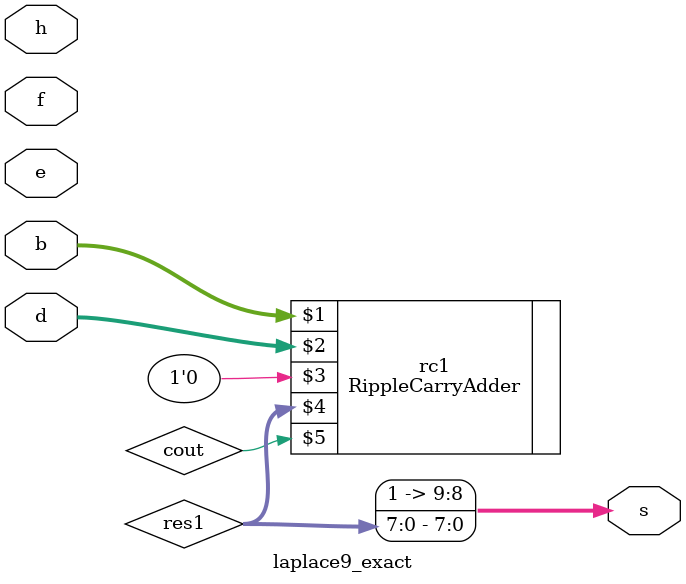
<source format=v>
module laplace9_exact (
	input [7:0] b,
	input [7:0] d,
	input [7:0] e,
	input [7:0] f,
	input [7:0] h,
	output [9:0] s
);
	wire laplace, cin, cin2, cout, cout1, cout2, cout3, res10, res2, res3, res4;
	wire [7:0] res1;

    RippleCarryAdder rc1 (b, d, 1'b0, res1, cout);
    //RippleCarryAdder rc2 (f, h, 0, res2, cout2);
    //RippleCarryAdder rc3 (res1, res2, 0, res3, cout3);
    assign s = {1'b1, 1'b1, res1};
	// assign laplace = (b + d + f + h) - (4*e);
	// b + d -> 9 b
	// f + h -> 9 b
	// assign s = (laplace > 255) ? 255 : (laplace < 0) ? 0 : laplace;
endmodule





</source>
